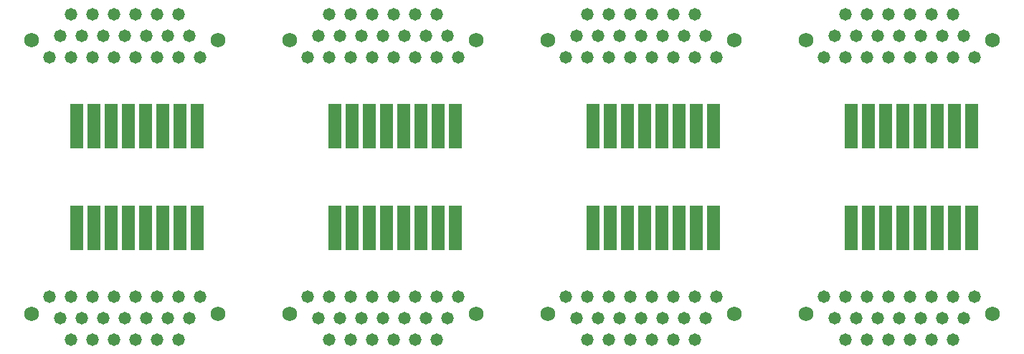
<source format=gbs>
%FSLAX24Y24*%
%MOIN*%
G70*
G01*
G75*
G04 Layer_Color=16711935*
%ADD10R,0.0550X0.2000*%
%ADD11C,0.0300*%
%ADD12C,0.0050*%
%ADD13C,0.0150*%
%ADD14C,0.0200*%
%ADD15C,0.0250*%
%ADD16C,0.0600*%
%ADD17C,0.0500*%
%ADD18R,0.0630X0.2080*%
%ADD19C,0.0680*%
%ADD20C,0.0580*%
D18*
X62460Y27840D02*
D03*
X63260D02*
D03*
X64060D02*
D03*
X64860D02*
D03*
X61660D02*
D03*
X60860D02*
D03*
X60060D02*
D03*
X59260D02*
D03*
X50460D02*
D03*
X51260D02*
D03*
X52060D02*
D03*
X52860D02*
D03*
X49660D02*
D03*
X48860D02*
D03*
X48060D02*
D03*
X47260D02*
D03*
X38460D02*
D03*
X39260D02*
D03*
X40060D02*
D03*
X40860D02*
D03*
X37660D02*
D03*
X36860D02*
D03*
X36060D02*
D03*
X35260D02*
D03*
X26460D02*
D03*
X27260D02*
D03*
X28060D02*
D03*
X28860D02*
D03*
X25660D02*
D03*
X24860D02*
D03*
X24060D02*
D03*
X23260D02*
D03*
Y32580D02*
D03*
X24060D02*
D03*
X24860D02*
D03*
X25660D02*
D03*
X26460D02*
D03*
X27260D02*
D03*
X28060D02*
D03*
X28860D02*
D03*
X35260D02*
D03*
X36060D02*
D03*
X36860D02*
D03*
X37660D02*
D03*
X38460D02*
D03*
X39260D02*
D03*
X40060D02*
D03*
X40860D02*
D03*
X47260D02*
D03*
X48060D02*
D03*
X48860D02*
D03*
X49660D02*
D03*
X50460D02*
D03*
X51260D02*
D03*
X52060D02*
D03*
X52860D02*
D03*
X59260D02*
D03*
X60060D02*
D03*
X60860D02*
D03*
X61660D02*
D03*
X62460D02*
D03*
X63260D02*
D03*
X64060D02*
D03*
X64860D02*
D03*
D19*
X65830Y23850D02*
D03*
X57170D02*
D03*
X53830D02*
D03*
X45170D02*
D03*
X41830D02*
D03*
X33170D02*
D03*
X29830D02*
D03*
X21170D02*
D03*
X29830Y36570D02*
D03*
X21170D02*
D03*
X41830D02*
D03*
X33170D02*
D03*
X53830D02*
D03*
X45170D02*
D03*
X65830D02*
D03*
X57170D02*
D03*
D20*
X64000Y22650D02*
D03*
X63000D02*
D03*
X62000D02*
D03*
X61000D02*
D03*
X60000D02*
D03*
X59000D02*
D03*
X64500Y23650D02*
D03*
X63500D02*
D03*
X62500D02*
D03*
X61500D02*
D03*
X60500D02*
D03*
X59500D02*
D03*
X65000Y24650D02*
D03*
X64000D02*
D03*
X63000D02*
D03*
X62000D02*
D03*
X61000D02*
D03*
X60000D02*
D03*
X59000D02*
D03*
X58000D02*
D03*
X58500Y23650D02*
D03*
X52000Y22650D02*
D03*
X51000D02*
D03*
X50000D02*
D03*
X49000D02*
D03*
X48000D02*
D03*
X47000D02*
D03*
X52500Y23650D02*
D03*
X51500D02*
D03*
X50500D02*
D03*
X49500D02*
D03*
X48500D02*
D03*
X47500D02*
D03*
X53000Y24650D02*
D03*
X52000D02*
D03*
X51000D02*
D03*
X50000D02*
D03*
X49000D02*
D03*
X48000D02*
D03*
X47000D02*
D03*
X46000D02*
D03*
X46500Y23650D02*
D03*
X40000Y22650D02*
D03*
X39000D02*
D03*
X38000D02*
D03*
X37000D02*
D03*
X36000D02*
D03*
X35000D02*
D03*
X40500Y23650D02*
D03*
X39500D02*
D03*
X38500D02*
D03*
X37500D02*
D03*
X36500D02*
D03*
X35500D02*
D03*
X41000Y24650D02*
D03*
X40000D02*
D03*
X39000D02*
D03*
X38000D02*
D03*
X37000D02*
D03*
X36000D02*
D03*
X35000D02*
D03*
X34000D02*
D03*
X34500Y23650D02*
D03*
X28000Y22650D02*
D03*
X27000D02*
D03*
X26000D02*
D03*
X25000D02*
D03*
X24000D02*
D03*
X23000D02*
D03*
X28500Y23650D02*
D03*
X27500D02*
D03*
X26500D02*
D03*
X25500D02*
D03*
X24500D02*
D03*
X23500D02*
D03*
X29000Y24650D02*
D03*
X28000D02*
D03*
X27000D02*
D03*
X26000D02*
D03*
X25000D02*
D03*
X24000D02*
D03*
X23000D02*
D03*
X22000D02*
D03*
X22500Y23650D02*
D03*
X28000Y37770D02*
D03*
X27000D02*
D03*
X26000D02*
D03*
X25000D02*
D03*
X24000D02*
D03*
X23000D02*
D03*
X28500Y36770D02*
D03*
X27500D02*
D03*
X26500D02*
D03*
X25500D02*
D03*
X24500D02*
D03*
X23500D02*
D03*
X29000Y35770D02*
D03*
X28000D02*
D03*
X27000D02*
D03*
X26000D02*
D03*
X25000D02*
D03*
X24000D02*
D03*
X23000D02*
D03*
X22000D02*
D03*
X22500Y36770D02*
D03*
X40000Y37770D02*
D03*
X39000D02*
D03*
X38000D02*
D03*
X37000D02*
D03*
X36000D02*
D03*
X35000D02*
D03*
X40500Y36770D02*
D03*
X39500D02*
D03*
X38500D02*
D03*
X37500D02*
D03*
X36500D02*
D03*
X35500D02*
D03*
X41000Y35770D02*
D03*
X40000D02*
D03*
X39000D02*
D03*
X38000D02*
D03*
X37000D02*
D03*
X36000D02*
D03*
X35000D02*
D03*
X34000D02*
D03*
X34500Y36770D02*
D03*
X52000Y37770D02*
D03*
X51000D02*
D03*
X50000D02*
D03*
X49000D02*
D03*
X48000D02*
D03*
X47000D02*
D03*
X52500Y36770D02*
D03*
X51500D02*
D03*
X50500D02*
D03*
X49500D02*
D03*
X48500D02*
D03*
X47500D02*
D03*
X53000Y35770D02*
D03*
X52000D02*
D03*
X51000D02*
D03*
X50000D02*
D03*
X49000D02*
D03*
X48000D02*
D03*
X47000D02*
D03*
X46000D02*
D03*
X46500Y36770D02*
D03*
X64000Y37770D02*
D03*
X63000D02*
D03*
X62000D02*
D03*
X61000D02*
D03*
X60000D02*
D03*
X59000D02*
D03*
X64500Y36770D02*
D03*
X63500D02*
D03*
X62500D02*
D03*
X61500D02*
D03*
X60500D02*
D03*
X59500D02*
D03*
X65000Y35770D02*
D03*
X64000D02*
D03*
X63000D02*
D03*
X62000D02*
D03*
X61000D02*
D03*
X60000D02*
D03*
X59000D02*
D03*
X58000D02*
D03*
X58500Y36770D02*
D03*
M02*

</source>
